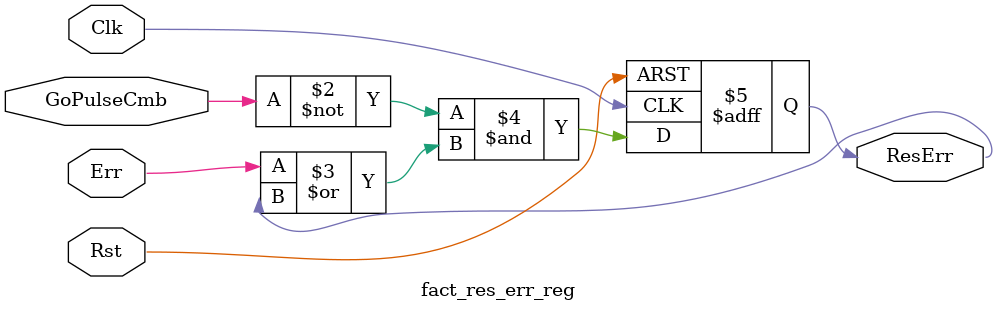
<source format=v>
`timescale 1ns / 1ps


module fact_res_err_reg(
    input Clk, Rst, GoPulseCmb, Err,
    output reg ResErr
    );
    
    always @ (posedge Clk, posedge Rst) begin
    if (Rst)
        ResErr <= 1'b0;
    else
        ResErr <= (~GoPulseCmb) & (Err | ResErr);
    end
endmodule
</source>
